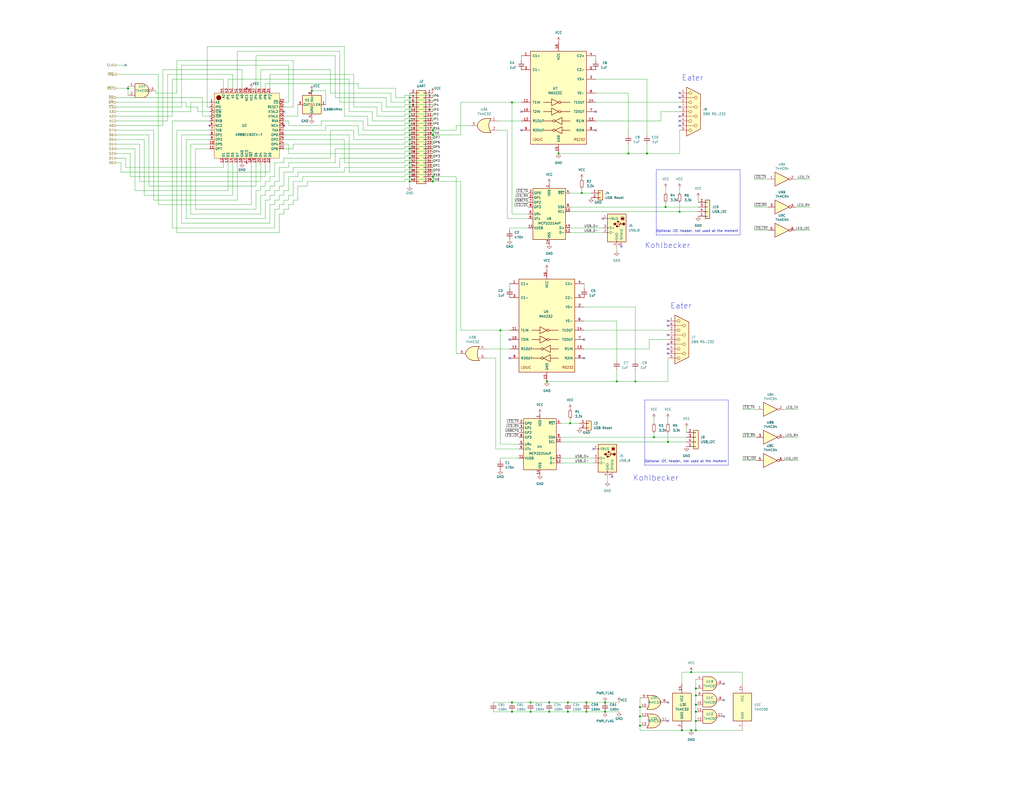
<source format=kicad_sch>
(kicad_sch (version 20230121) (generator eeschema)
  (paper "C")
  (junction (at 377.19 398.78))
  (junction (at 223.52 68.58))
  (junction (at 317.5 105.41))
  (junction (at 363.22 113.03))
  (junction (at 336.55 208.28))
  (junction (at 311.15 231.14))
  (junction (at 223.52 60.96))
  (junction (at 223.52 53.34))
  (junction (at 379.73 393.7))
  (junction (at 349.25 386.08))
  (junction (at 379.73 384.81))
  (junction (at 223.52 63.5))
  (junction (at 236.22 96.52))
  (junction (at 223.52 93.98))
  (junction (at 342.9 83.82))
  (junction (at 356.87 238.76))
  (junction (at 223.52 58.42))
  (junction (at 279.4 388.62))
  (junction (at 364.49 241.3))
  (junction (at 273.05 180.34))
  (junction (at 320.04 388.62))
  (junction (at 223.52 81.28))
  (junction (at 69.85 48.26))
  (junction (at 379.73 388.62))
  (junction (at 170.18 49.53))
  (junction (at 279.4 55.88))
  (junction (at 223.52 76.2))
  (junction (at 299.72 383.54))
  (junction (at 320.04 383.54))
  (junction (at 379.73 398.78))
  (junction (at 304.8 83.82))
  (junction (at 298.45 208.28))
  (junction (at 330.2 383.54))
  (junction (at 279.4 383.54))
  (junction (at 346.71 208.28))
  (junction (at 223.52 99.06))
  (junction (at 353.06 83.82))
  (junction (at 223.52 83.82))
  (junction (at 223.52 71.12))
  (junction (at 379.73 375.92))
  (junction (at 309.88 388.62))
  (junction (at 223.52 96.52))
  (junction (at 299.72 388.62))
  (junction (at 236.22 73.66))
  (junction (at 223.52 91.44))
  (junction (at 236.22 99.06))
  (junction (at 223.52 88.9))
  (junction (at 289.56 388.62))
  (junction (at 289.56 383.54))
  (junction (at 379.73 379.73))
  (junction (at 370.84 115.57))
  (junction (at 223.52 55.88))
  (junction (at 236.22 71.12))
  (junction (at 223.52 86.36))
  (junction (at 223.52 66.04))
  (junction (at 377.19 367.03))
  (junction (at 309.88 383.54))
  (junction (at 372.11 398.78))
  (junction (at 349.25 396.24))
  (junction (at 223.52 78.74))
  (junction (at 349.25 391.16))
  (junction (at 330.2 388.62))
  (junction (at 223.52 73.66))
  (no_connect (at 68.58 35.56))
  (no_connect (at 364.49 393.7))
  (no_connect (at 154.94 60.96))
  (no_connect (at 323.85 245.11))
  (no_connect (at 394.97 382.27))
  (no_connect (at 370.84 66.04))
  (no_connect (at 154.94 68.58))
  (no_connect (at 278.13 185.42))
  (no_connect (at 370.84 68.58))
  (no_connect (at 325.12 71.12))
  (no_connect (at 284.48 60.96))
  (no_connect (at 370.84 63.5))
  (no_connect (at 328.93 119.38))
  (no_connect (at 364.49 190.5))
  (no_connect (at 339.09 134.62))
  (no_connect (at 394.97 373.38))
  (no_connect (at 364.49 187.96))
  (no_connect (at 370.84 53.34))
  (no_connect (at 134.62 48.26))
  (no_connect (at 318.77 195.58))
  (no_connect (at 364.49 383.54))
  (no_connect (at 364.49 193.04))
  (no_connect (at 278.13 195.58))
  (no_connect (at 394.97 391.16))
  (no_connect (at 370.84 50.8))
  (no_connect (at 370.84 58.42))
  (no_connect (at 284.48 71.12))
  (no_connect (at 364.49 182.88))
  (no_connect (at 334.01 260.35))
  (no_connect (at 364.49 177.8))
  (no_connect (at 325.12 60.96))
  (no_connect (at 364.49 175.26))
  (no_connect (at 318.77 185.42))
  (wire (pts (xy 236.22 97.79) (xy 236.22 99.06)))
  (wire (pts (xy 311.15 231.14) (xy 306.07 231.14)))
  (wire (pts (xy 152.4 114.3) (xy 149.86 114.3)))
  (polyline (pts (xy 397.51 254) (xy 397.51 218.44)))
  (wire (pts (xy 157.48 106.68) (xy 157.48 109.22)))
  (wire (pts (xy 223.52 83.82) (xy 223.52 86.36)))
  (wire (pts (xy 154.94 76.2) (xy 187.96 76.2)))
  (wire (pts (xy 101.6 76.2) (xy 101.6 119.38)))
  (wire (pts (xy 318.77 190.5) (xy 354.33 190.5)))
  (wire (pts (xy 160.02 106.68) (xy 157.48 106.68)))
  (wire (pts (xy 154.94 55.88) (xy 157.48 55.88)))
  (wire (pts (xy 248.92 68.58) (xy 256.54 68.58)))
  (wire (pts (xy 270.51 195.58) (xy 270.51 245.11)))
  (wire (pts (xy 223.52 86.36) (xy 223.52 88.9)))
  (wire (pts (xy 236.22 99.06) (xy 251.46 99.06)))
  (wire (pts (xy 63.5 58.42) (xy 99.06 58.42)))
  (wire (pts (xy 81.28 73.66) (xy 81.28 101.6)))
  (wire (pts (xy 353.06 83.82) (xy 370.84 83.82)))
  (wire (pts (xy 279.4 383.54) (xy 289.56 383.54)))
  (wire (pts (xy 236.22 92.71) (xy 236.22 93.98)))
  (wire (pts (xy 349.25 396.24) (xy 349.25 398.78)))
  (wire (pts (xy 160.02 111.76) (xy 157.48 111.76)))
  (wire (pts (xy 162.56 57.15) (xy 162.56 63.5)))
  (wire (pts (xy 167.64 99.06) (xy 220.98 99.06)))
  (wire (pts (xy 210.82 58.42) (xy 220.98 58.42)))
  (wire (pts (xy 157.48 66.04) (xy 154.94 66.04)))
  (wire (pts (xy 154.94 86.36) (xy 154.94 88.9)))
  (wire (pts (xy 349.25 386.08) (xy 349.25 391.16)))
  (wire (pts (xy 147.32 101.6) (xy 147.32 104.14)))
  (wire (pts (xy 336.55 175.26) (xy 336.55 196.85)))
  (wire (pts (xy 185.42 86.36) (xy 220.98 86.36)))
  (wire (pts (xy 182.88 81.28) (xy 220.98 81.28)))
  (wire (pts (xy 185.42 91.44) (xy 160.02 91.44)))
  (wire (pts (xy 193.04 58.42) (xy 205.74 58.42)))
  (wire (pts (xy 223.52 63.5) (xy 223.52 66.04)))
  (wire (pts (xy 236.22 82.55) (xy 236.22 83.82)))
  (wire (pts (xy 220.98 73.66) (xy 220.98 72.39)))
  (wire (pts (xy 144.78 101.6) (xy 144.78 99.06)))
  (wire (pts (xy 364.49 241.3) (xy 364.49 236.22)))
  (wire (pts (xy 104.14 116.84) (xy 142.24 116.84)))
  (wire (pts (xy 220.98 96.52) (xy 220.98 95.25)))
  (wire (pts (xy 311.15 228.6) (xy 311.15 231.14)))
  (wire (pts (xy 187.96 91.44) (xy 220.98 91.44)))
  (wire (pts (xy 318.77 167.64) (xy 346.71 167.64)))
  (wire (pts (xy 379.73 398.78) (xy 405.13 398.78)))
  (wire (pts (xy 182.88 53.34) (xy 210.82 53.34)))
  (wire (pts (xy 114.3 63.5) (xy 110.49 63.5)))
  (wire (pts (xy 336.55 134.62) (xy 336.55 137.16)))
  (wire (pts (xy 147.32 99.06) (xy 147.32 96.52)))
  (wire (pts (xy 114.3 71.12) (xy 96.52 71.12)))
  (wire (pts (xy 147.32 106.68) (xy 147.32 109.22)))
  (wire (pts (xy 149.86 88.9) (xy 154.94 88.9)))
  (wire (pts (xy 93.98 124.46) (xy 149.86 124.46)))
  (wire (pts (xy 279.4 55.88) (xy 284.48 55.88)))
  (wire (pts (xy 325.12 43.18) (xy 353.06 43.18)))
  (wire (pts (xy 223.52 55.88) (xy 223.52 58.42)))
  (wire (pts (xy 160.02 109.22) (xy 160.02 111.76)))
  (wire (pts (xy 93.98 43.18) (xy 93.98 63.5)))
  (wire (pts (xy 205.74 58.42) (xy 205.74 63.5)))
  (wire (pts (xy 124.46 48.26) (xy 124.46 43.18)))
  (wire (pts (xy 157.48 78.74) (xy 157.48 83.82)))
  (wire (pts (xy 114.3 73.66) (xy 99.06 73.66)))
  (wire (pts (xy 203.2 66.04) (xy 220.98 66.04)))
  (wire (pts (xy 121.92 91.44) (xy 68.58 91.44)))
  (wire (pts (xy 142.24 104.14) (xy 142.24 101.6)))
  (wire (pts (xy 193.04 71.12) (xy 193.04 76.2)))
  (wire (pts (xy 154.94 81.28) (xy 160.02 81.28)))
  (wire (pts (xy 271.78 71.12) (xy 276.86 71.12)))
  (wire (pts (xy 377.19 398.78) (xy 379.73 398.78)))
  (wire (pts (xy 114.3 58.42) (xy 113.03 58.42)))
  (wire (pts (xy 220.98 71.12) (xy 220.98 69.85)))
  (wire (pts (xy 142.24 48.26) (xy 142.24 38.1)))
  (wire (pts (xy 236.22 90.17) (xy 236.22 91.44)))
  (wire (pts (xy 101.6 119.38) (xy 144.78 119.38)))
  (wire (pts (xy 220.98 60.96) (xy 220.98 59.69)))
  (wire (pts (xy 269.24 388.62) (xy 279.4 388.62)))
  (wire (pts (xy 251.46 99.06) (xy 251.46 180.34)))
  (wire (pts (xy 289.56 383.54) (xy 299.72 383.54)))
  (wire (pts (xy 147.32 88.9) (xy 147.32 93.98)))
  (wire (pts (xy 434.34 97.79) (xy 441.96 97.79)))
  (wire (pts (xy 154.94 93.98) (xy 154.94 101.6)))
  (wire (pts (xy 372.11 367.03) (xy 377.19 367.03)))
  (wire (pts (xy 113.03 25.4) (xy 187.96 25.4)))
  (wire (pts (xy 236.22 52.07) (xy 236.22 53.34)))
  (wire (pts (xy 154.94 116.84) (xy 152.4 116.84)))
  (wire (pts (xy 251.46 180.34) (xy 273.05 180.34)))
  (wire (pts (xy 405.13 251.46) (xy 412.75 251.46)))
  (wire (pts (xy 152.4 104.14) (xy 149.86 104.14)))
  (wire (pts (xy 187.96 93.98) (xy 187.96 91.44)))
  (wire (pts (xy 63.5 40.64) (xy 86.36 40.64)))
  (wire (pts (xy 251.46 55.88) (xy 279.4 55.88)))
  (wire (pts (xy 147.32 121.92) (xy 147.32 111.76)))
  (wire (pts (xy 147.32 93.98) (xy 66.04 93.98)))
  (wire (pts (xy 162.56 96.52) (xy 157.48 96.52)))
  (wire (pts (xy 379.73 393.7) (xy 379.73 398.78)))
  (wire (pts (xy 121.92 88.9) (xy 121.92 91.44)))
  (wire (pts (xy 152.4 101.6) (xy 152.4 104.14)))
  (wire (pts (xy 379.73 370.84) (xy 379.73 375.92)))
  (wire (pts (xy 71.12 83.82) (xy 63.5 83.82)))
  (wire (pts (xy 331.47 260.35) (xy 331.47 262.89)))
  (wire (pts (xy 311.15 113.03) (xy 363.22 113.03)))
  (wire (pts (xy 223.52 73.66) (xy 223.52 76.2)))
  (wire (pts (xy 139.7 48.26) (xy 139.7 30.48)))
  (wire (pts (xy 101.6 58.42) (xy 101.6 55.88)))
  (wire (pts (xy 101.6 55.88) (xy 63.5 55.88)))
  (wire (pts (xy 137.16 88.9) (xy 137.16 111.76)))
  (wire (pts (xy 124.46 104.14) (xy 73.66 104.14)))
  (wire (pts (xy 236.22 80.01) (xy 236.22 81.28)))
  (wire (pts (xy 187.96 25.4) (xy 187.96 63.5)))
  (wire (pts (xy 325.12 55.88) (xy 370.84 55.88)))
  (wire (pts (xy 248.92 71.12) (xy 248.92 68.58)))
  (wire (pts (xy 251.46 55.88) (xy 251.46 73.66)))
  (wire (pts (xy 104.14 55.88) (xy 104.14 60.96)))
  (wire (pts (xy 121.92 43.18) (xy 93.98 43.18)))
  (wire (pts (xy 220.98 76.2) (xy 220.98 74.93)))
  (wire (pts (xy 154.94 104.14) (xy 154.94 106.68)))
  (wire (pts (xy 220.98 68.58) (xy 220.98 67.31)))
  (wire (pts (xy 330.2 388.62) (xy 337.82 388.62)))
  (wire (pts (xy 157.48 109.22) (xy 154.94 109.22)))
  (wire (pts (xy 152.4 99.06) (xy 149.86 99.06)))
  (wire (pts (xy 236.22 62.23) (xy 236.22 63.5)))
  (wire (pts (xy 139.7 101.6) (xy 81.28 101.6)))
  (wire (pts (xy 157.48 68.58) (xy 157.48 66.04)))
  (wire (pts (xy 220.98 66.04) (xy 220.98 64.77)))
  (wire (pts (xy 157.48 96.52) (xy 157.48 104.14)))
  (wire (pts (xy 180.34 38.1) (xy 180.34 50.8)))
  (wire (pts (xy 104.14 78.74) (xy 104.14 116.84)))
  (polyline (pts (xy 358.14 92.71) (xy 403.86 92.71)))
  (wire (pts (xy 370.84 71.12) (xy 370.84 83.82)))
  (wire (pts (xy 317.5 105.41) (xy 322.58 105.41)))
  (wire (pts (xy 170.18 49.53) (xy 177.8 49.53)))
  (wire (pts (xy 152.4 109.22) (xy 149.86 109.22)))
  (wire (pts (xy 160.02 99.06) (xy 160.02 106.68)))
  (wire (pts (xy 220.98 69.85) (xy 236.22 69.85)))
  (wire (pts (xy 157.48 91.44) (xy 152.4 91.44)))
  (wire (pts (xy 353.06 43.18) (xy 353.06 73.66)))
  (wire (pts (xy 236.22 69.85) (xy 236.22 71.12)))
  (wire (pts (xy 306.07 238.76) (xy 356.87 238.76)))
  (wire (pts (xy 349.25 398.78) (xy 372.11 398.78)))
  (wire (pts (xy 377.19 367.03) (xy 405.13 367.03)))
  (wire (pts (xy 318.77 154.94) (xy 318.77 157.48)))
  (wire (pts (xy 68.58 91.44) (xy 68.58 86.36)))
  (wire (pts (xy 405.13 367.03) (xy 405.13 373.38)))
  (wire (pts (xy 149.86 101.6) (xy 147.32 101.6)))
  (wire (pts (xy 154.94 114.3) (xy 154.94 116.84)))
  (wire (pts (xy 363.22 105.41) (xy 363.22 102.87)))
  (wire (pts (xy 86.36 111.76) (xy 86.36 40.64)))
  (wire (pts (xy 114.3 76.2) (xy 101.6 76.2)))
  (wire (pts (xy 99.06 73.66) (xy 99.06 121.92)))
  (polyline (pts (xy 351.79 254) (xy 397.51 254)))
  (wire (pts (xy 236.22 72.39) (xy 236.22 73.66)))
  (wire (pts (xy 289.56 388.62) (xy 299.72 388.62)))
  (wire (pts (xy 96.52 33.02) (xy 160.02 33.02)))
  (wire (pts (xy 200.66 63.5) (xy 200.66 68.58)))
  (wire (pts (xy 309.88 383.54) (xy 320.04 383.54)))
  (wire (pts (xy 144.78 119.38) (xy 144.78 109.22)))
  (wire (pts (xy 220.98 74.93) (xy 236.22 74.93)))
  (wire (pts (xy 354.33 190.5) (xy 354.33 185.42)))
  (wire (pts (xy 317.5 105.41) (xy 311.15 105.41)))
  (wire (pts (xy 336.55 208.28) (xy 298.45 208.28)))
  (wire (pts (xy 66.04 88.9) (xy 63.5 88.9)))
  (wire (pts (xy 427.99 238.76) (xy 435.61 238.76)))
  (wire (pts (xy 354.33 185.42) (xy 364.49 185.42)))
  (wire (pts (xy 73.66 81.28) (xy 63.5 81.28)))
  (wire (pts (xy 154.94 101.6) (xy 152.4 101.6)))
  (wire (pts (xy 236.22 95.25) (xy 236.22 96.52)))
  (wire (pts (xy 434.34 113.03) (xy 441.96 113.03)))
  (wire (pts (xy 157.48 55.88) (xy 157.48 35.56)))
  (wire (pts (xy 78.74 76.2) (xy 63.5 76.2)))
  (wire (pts (xy 278.13 124.46) (xy 278.13 125.73)))
  (wire (pts (xy 273.05 250.19) (xy 273.05 251.46)))
  (wire (pts (xy 220.98 80.01) (xy 236.22 80.01)))
  (wire (pts (xy 220.98 67.31) (xy 236.22 67.31)))
  (wire (pts (xy 265.43 195.58) (xy 270.51 195.58)))
  (wire (pts (xy 182.88 30.48) (xy 182.88 53.34)))
  (wire (pts (xy 147.32 96.52) (xy 149.86 96.52)))
  (wire (pts (xy 223.52 81.28) (xy 223.52 83.82)))
  (wire (pts (xy 236.22 59.69) (xy 236.22 60.96)))
  (wire (pts (xy 198.12 66.04) (xy 198.12 71.12)))
  (wire (pts (xy 139.7 30.48) (xy 182.88 30.48)))
  (wire (pts (xy 180.34 86.36) (xy 154.94 86.36)))
  (wire (pts (xy 149.86 99.06) (xy 149.86 101.6)))
  (wire (pts (xy 114.3 66.04) (xy 93.98 66.04)))
  (wire (pts (xy 325.12 30.48) (xy 325.12 33.02)))
  (wire (pts (xy 160.02 33.02) (xy 160.02 58.42)))
  (wire (pts (xy 330.2 383.54) (xy 337.82 383.54)))
  (wire (pts (xy 114.3 60.96) (xy 107.95 60.96)))
  (wire (pts (xy 353.06 78.74) (xy 353.06 83.82)))
  (wire (pts (xy 142.24 101.6) (xy 144.78 101.6)))
  (wire (pts (xy 127 106.68) (xy 78.74 106.68)))
  (polyline (pts (xy 358.14 128.27) (xy 403.86 128.27)))
  (wire (pts (xy 144.78 104.14) (xy 144.78 106.68)))
  (wire (pts (xy 195.58 68.58) (xy 195.58 73.66)))
  (wire (pts (xy 405.13 223.52) (xy 412.75 223.52)))
  (wire (pts (xy 208.28 60.96) (xy 220.98 60.96)))
  (wire (pts (xy 124.46 43.18) (xy 190.5 43.18)))
  (wire (pts (xy 149.86 114.3) (xy 149.86 124.46)))
  (wire (pts (xy 434.34 125.73) (xy 441.96 125.73)))
  (wire (pts (xy 162.56 63.5) (xy 154.94 63.5)))
  (wire (pts (xy 346.71 201.93) (xy 346.71 208.28)))
  (wire (pts (xy 157.48 35.56) (xy 99.06 35.56)))
  (wire (pts (xy 379.73 379.73) (xy 379.73 384.81)))
  (wire (pts (xy 273.05 250.19) (xy 283.21 250.19)))
  (wire (pts (xy 190.5 43.18) (xy 190.5 60.96)))
  (wire (pts (xy 273.05 180.34) (xy 278.13 180.34)))
  (wire (pts (xy 69.85 46.99) (xy 69.85 48.26)))
  (wire (pts (xy 200.66 68.58) (xy 220.98 68.58)))
  (wire (pts (xy 236.22 64.77) (xy 236.22 66.04)))
  (wire (pts (xy 195.58 45.72) (xy 195.58 48.26)))
  (wire (pts (xy 63.5 35.56) (xy 68.58 35.56)))
  (wire (pts (xy 114.3 78.74) (xy 104.14 78.74)))
  (wire (pts (xy 223.52 60.96) (xy 223.52 63.5)))
  (wire (pts (xy 142.24 106.68) (xy 142.24 116.84)))
  (wire (pts (xy 220.98 77.47) (xy 236.22 77.47)))
  (wire (pts (xy 220.98 95.25) (xy 236.22 95.25)))
  (wire (pts (xy 220.98 54.61) (xy 236.22 54.61)))
  (wire (pts (xy 139.7 104.14) (xy 139.7 114.3)))
  (wire (pts (xy 110.49 63.5) (xy 110.49 53.34)))
  (wire (pts (xy 71.12 96.52) (xy 71.12 83.82)))
  (wire (pts (xy 144.78 99.06) (xy 147.32 99.06)))
  (wire (pts (xy 107.95 60.96) (xy 107.95 58.42)))
  (wire (pts (xy 195.58 48.26) (xy 215.9 48.26)))
  (wire (pts (xy 139.7 88.9) (xy 139.7 101.6)))
  (wire (pts (xy 411.48 125.73) (xy 419.1 125.73)))
  (wire (pts (xy 223.52 66.04) (xy 223.52 68.58)))
  (wire (pts (xy 142.24 88.9) (xy 142.24 99.06)))
  (wire (pts (xy 142.24 99.06) (xy 76.2 99.06)))
  (wire (pts (xy 96.52 50.8) (xy 96.52 33.02)))
  (wire (pts (xy 127 48.26) (xy 127 40.64)))
  (wire (pts (xy 213.36 50.8) (xy 213.36 55.88)))
  (wire (pts (xy 346.71 167.64) (xy 346.71 196.85)))
  (wire (pts (xy 142.24 106.68) (xy 144.78 106.68)))
  (wire (pts (xy 215.9 48.26) (xy 215.9 53.34)))
  (wire (pts (xy 162.56 109.22) (xy 160.02 109.22)))
  (wire (pts (xy 66.04 88.9) (xy 66.04 93.98)))
  (wire (pts (xy 175.26 66.04) (xy 198.12 66.04)))
  (wire (pts (xy 220.98 82.55) (xy 236.22 82.55)))
  (wire (pts (xy 127 88.9) (xy 127 106.68)))
  (wire (pts (xy 96.52 71.12) (xy 96.52 127)))
  (wire (pts (xy 276.86 71.12) (xy 276.86 119.38)))
  (wire (pts (xy 356.87 238.76) (xy 356.87 236.22)))
  (wire (pts (xy 236.22 85.09) (xy 236.22 86.36)))
  (wire (pts (xy 220.98 57.15) (xy 236.22 57.15)))
  (wire (pts (xy 96.52 127) (xy 152.4 127)))
  (wire (pts (xy 381 107.95) (xy 381 110.49)))
  (wire (pts (xy 142.24 38.1) (xy 180.34 38.1)))
  (wire (pts (xy 309.88 388.62) (xy 320.04 388.62)))
  (wire (pts (xy 336.55 208.28) (xy 346.71 208.28)))
  (wire (pts (xy 104.14 55.88) (xy 114.3 55.88)))
  (wire (pts (xy 356.87 238.76) (xy 374.65 238.76)))
  (wire (pts (xy 215.9 53.34) (xy 220.98 53.34)))
  (wire (pts (xy 213.36 55.88) (xy 220.98 55.88)))
  (wire (pts (xy 175.26 66.04) (xy 175.26 68.58)))
  (wire (pts (xy 147.32 104.14) (xy 144.78 104.14)))
  (wire (pts (xy 160.02 78.74) (xy 160.02 81.28)))
  (wire (pts (xy 88.9 38.1) (xy 132.08 38.1)))
  (wire (pts (xy 223.52 68.58) (xy 223.52 71.12)))
  (wire (pts (xy 364.49 195.58) (xy 364.49 208.28)))
  (wire (pts (xy 93.98 63.5) (xy 63.5 63.5)))
  (wire (pts (xy 83.82 109.22) (xy 83.82 71.12)))
  (wire (pts (xy 177.8 49.53) (xy 177.8 57.15)))
  (wire (pts (xy 220.98 87.63) (xy 236.22 87.63)))
  (wire (pts (xy 220.98 93.98) (xy 220.98 92.71)))
  (wire (pts (xy 76.2 99.06) (xy 76.2 78.74)))
  (wire (pts (xy 299.72 383.54) (xy 309.88 383.54)))
  (wire (pts (xy 91.44 40.64) (xy 91.44 66.04)))
  (wire (pts (xy 220.98 63.5) (xy 220.98 62.23)))
  (wire (pts (xy 318.77 180.34) (xy 364.49 180.34)))
  (wire (pts (xy 113.03 58.42) (xy 113.03 25.4)))
  (wire (pts (xy 182.88 88.9) (xy 182.88 81.28)))
  (wire (pts (xy 276.86 119.38) (xy 288.29 119.38)))
  (wire (pts (xy 154.94 106.68) (xy 152.4 106.68)))
  (wire (pts (xy 160.02 93.98) (xy 154.94 93.98)))
  (wire (pts (xy 220.98 83.82) (xy 220.98 82.55)))
  (wire (pts (xy 379.73 388.62) (xy 379.73 393.7)))
  (wire (pts (xy 360.68 60.96) (xy 370.84 60.96)))
  (wire (pts (xy 342.9 83.82) (xy 304.8 83.82)))
  (wire (pts (xy 165.1 96.52) (xy 165.1 99.06)))
  (wire (pts (xy 220.98 99.06) (xy 220.98 97.79)))
  (wire (pts (xy 162.56 101.6) (xy 162.56 109.22)))
  (wire (pts (xy 85.09 50.8) (xy 96.52 50.8)))
  (wire (pts (xy 342.9 50.8) (xy 342.9 73.66)))
  (wire (pts (xy 147.32 48.26) (xy 147.32 40.64)))
  (wire (pts (xy 265.43 190.5) (xy 278.13 190.5)))
  (wire (pts (xy 154.94 111.76) (xy 152.4 111.76)))
  (wire (pts (xy 269.24 383.54) (xy 279.4 383.54)))
  (wire (pts (xy 154.94 71.12) (xy 177.8 71.12)))
  (wire (pts (xy 278.13 124.46) (xy 288.29 124.46)))
  (wire (pts (xy 154.94 78.74) (xy 157.48 78.74)))
  (wire (pts (xy 107.95 58.42) (xy 101.6 58.42)))
  (wire (pts (xy 379.73 375.92) (xy 379.73 379.73)))
  (wire (pts (xy 144.78 45.72) (xy 144.78 48.26)))
  (wire (pts (xy 127 40.64) (xy 91.44 40.64)))
  (wire (pts (xy 137.16 111.76) (xy 86.36 111.76)))
  (wire (pts (xy 311.15 127) (xy 328.93 127)))
  (wire (pts (xy 223.52 71.12) (xy 223.52 73.66)))
  (wire (pts (xy 279.4 55.88) (xy 279.4 116.84)))
  (wire (pts (xy 411.48 97.79) (xy 419.1 97.79)))
  (wire (pts (xy 223.52 78.74) (xy 223.52 81.28)))
  (wire (pts (xy 220.98 88.9) (xy 220.98 87.63)))
  (wire (pts (xy 129.54 109.22) (xy 83.82 109.22)))
  (wire (pts (xy 374.65 233.68) (xy 374.65 236.22)))
  (wire (pts (xy 223.52 58.42) (xy 223.52 60.96)))
  (wire (pts (xy 69.85 48.26) (xy 69.85 52.07)))
  (wire (pts (xy 220.98 91.44) (xy 220.98 90.17)))
  (wire (pts (xy 85.09 49.53) (xy 85.09 50.8)))
  (wire (pts (xy 220.98 78.74) (xy 220.98 77.47)))
  (wire (pts (xy 223.52 99.06) (xy 223.52 101.6)))
  (wire (pts (xy 236.22 87.63) (xy 236.22 88.9)))
  (wire (pts (xy 185.42 55.88) (xy 208.28 55.88)))
  (wire (pts (xy 63.5 86.36) (xy 68.58 86.36)))
  (wire (pts (xy 208.28 55.88) (xy 208.28 60.96)))
  (wire (pts (xy 157.48 114.3) (xy 154.94 114.3)))
  (wire (pts (xy 152.4 111.76) (xy 152.4 114.3)))
  (wire (pts (xy 190.5 93.98) (xy 220.98 93.98)))
  (wire (pts (xy 63.5 73.66) (xy 81.28 73.66)))
  (wire (pts (xy 427.99 251.46) (xy 435.61 251.46)))
  (wire (pts (xy 220.98 85.09) (xy 236.22 85.09)))
  (wire (pts (xy 160.02 58.42) (xy 154.94 58.42)))
  (wire (pts (xy 167.64 99.06) (xy 167.64 101.6)))
  (wire (pts (xy 147.32 40.64) (xy 193.04 40.64)))
  (wire (pts (xy 364.49 241.3) (xy 374.65 241.3)))
  (wire (pts (xy 160.02 91.44) (xy 160.02 93.98)))
  (wire (pts (xy 223.52 53.34) (xy 223.52 55.88)))
  (wire (pts (xy 223.52 96.52) (xy 223.52 99.06)))
  (polyline (pts (xy 403.86 128.27) (xy 403.86 92.71)))
  (wire (pts (xy 152.4 91.44) (xy 152.4 99.06)))
  (wire (pts (xy 193.04 76.2) (xy 220.98 76.2)))
  (wire (pts (xy 270.51 245.11) (xy 283.21 245.11)))
  (wire (pts (xy 205.74 63.5) (xy 220.98 63.5)))
  (wire (pts (xy 106.68 114.3) (xy 139.7 114.3)))
  (wire (pts (xy 149.86 96.52) (xy 149.86 88.9)))
  (wire (pts (xy 223.52 76.2) (xy 223.52 78.74)))
  (wire (pts (xy 165.1 96.52) (xy 220.98 96.52)))
  (wire (pts (xy 349.25 381) (xy 349.25 386.08)))
  (wire (pts (xy 83.82 71.12) (xy 63.5 71.12)))
  (wire (pts (xy 220.98 58.42) (xy 220.98 57.15)))
  (wire (pts (xy 203.2 60.96) (xy 203.2 66.04)))
  (wire (pts (xy 193.04 40.64) (xy 193.04 58.42)))
  (wire (pts (xy 180.34 50.8) (xy 213.36 50.8)))
  (wire (pts (xy 124.46 88.9) (xy 124.46 104.14)))
  (wire (pts (xy 76.2 78.74) (xy 63.5 78.74)))
  (wire (pts (xy 63.5 60.96) (xy 104.14 60.96)))
  (wire (pts (xy 299.72 388.62) (xy 309.88 388.62)))
  (wire (pts (xy 349.25 391.16) (xy 349.25 396.24)))
  (wire (pts (xy 223.52 91.44) (xy 223.52 93.98)))
  (wire (pts (xy 210.82 53.34) (xy 210.82 58.42)))
  (wire (pts (xy 271.78 66.04) (xy 284.48 66.04)))
  (wire (pts (xy 273.05 242.57) (xy 283.21 242.57)))
  (wire (pts (xy 177.8 71.12) (xy 177.8 68.58)))
  (wire (pts (xy 370.84 105.41) (xy 370.84 102.87)))
  (wire (pts (xy 311.15 231.14) (xy 316.23 231.14)))
  (wire (pts (xy 342.9 78.74) (xy 342.9 83.82)))
  (wire (pts (xy 129.54 88.9) (xy 129.54 109.22)))
  (wire (pts (xy 220.98 53.34) (xy 220.98 52.07)))
  (wire (pts (xy 110.49 53.34) (xy 63.5 53.34)))
  (wire (pts (xy 311.15 115.57) (xy 370.84 115.57)))
  (wire (pts (xy 88.9 38.1) (xy 88.9 68.58)))
  (wire (pts (xy 360.68 66.04) (xy 360.68 60.96)))
  (wire (pts (xy 91.44 66.04) (xy 63.5 66.04)))
  (wire (pts (xy 147.32 111.76) (xy 149.86 111.76)))
  (wire (pts (xy 167.64 101.6) (xy 162.56 101.6)))
  (wire (pts (xy 370.84 115.57) (xy 370.84 110.49)))
  (wire (pts (xy 220.98 55.88) (xy 220.98 54.61)))
  (wire (pts (xy 248.92 193.04) (xy 250.19 193.04)))
  (wire (pts (xy 306.07 252.73) (xy 323.85 252.73)))
  (wire (pts (xy 356.87 231.14) (xy 356.87 228.6)))
  (wire (pts (xy 220.98 52.07) (xy 236.22 52.07)))
  (wire (pts (xy 220.98 62.23) (xy 236.22 62.23)))
  (wire (pts (xy 187.96 88.9) (xy 220.98 88.9)))
  (wire (pts (xy 236.22 77.47) (xy 236.22 78.74)))
  (wire (pts (xy 236.22 54.61) (xy 236.22 55.88)))
  (wire (pts (xy 306.07 241.3) (xy 364.49 241.3)))
  (wire (pts (xy 325.12 66.04) (xy 360.68 66.04)))
  (wire (pts (xy 99.06 35.56) (xy 99.06 58.42)))
  (wire (pts (xy 220.98 90.17) (xy 236.22 90.17)))
  (wire (pts (xy 236.22 74.93) (xy 236.22 76.2)))
  (wire (pts (xy 363.22 113.03) (xy 381 113.03)))
  (wire (pts (xy 185.42 55.88) (xy 185.42 27.94)))
  (polyline (pts (xy 351.79 218.44) (xy 351.79 254)))
  (wire (pts (xy 149.86 106.68) (xy 147.32 106.68)))
  (wire (pts (xy 144.78 109.22) (xy 147.32 109.22)))
  (wire (pts (xy 132.08 48.26) (xy 132.08 38.1)))
  (wire (pts (xy 144.78 45.72) (xy 195.58 45.72)))
  (wire (pts (xy 187.96 63.5) (xy 200.66 63.5)))
  (wire (pts (xy 180.34 71.12) (xy 193.04 71.12)))
  (wire (pts (xy 220.98 72.39) (xy 236.22 72.39)))
  (wire (pts (xy 154.94 73.66) (xy 190.5 73.66)))
  (wire (pts (xy 379.73 384.81) (xy 379.73 388.62)))
  (wire (pts (xy 157.48 111.76) (xy 157.48 114.3)))
  (wire (pts (xy 364.49 231.14) (xy 364.49 228.6)))
  (wire (pts (xy 157.48 104.14) (xy 154.94 104.14)))
  (wire (pts (xy 223.52 93.98) (xy 223.52 96.52)))
  (wire (pts (xy 220.98 59.69) (xy 236.22 59.69)))
  (wire (pts (xy 311.15 124.46) (xy 328.93 124.46)))
  (wire (pts (xy 190.5 73.66) (xy 190.5 93.98)))
  (wire (pts (xy 165.1 99.06) (xy 160.02 99.06)))
  (wire (pts (xy 154.94 109.22) (xy 154.94 111.76)))
  (wire (pts (xy 63.5 48.26) (xy 69.85 48.26)))
  (wire (pts (xy 175.26 68.58) (xy 157.48 68.58)))
  (wire (pts (xy 121.92 48.26) (xy 121.92 43.18)))
  (wire (pts (xy 160.02 78.74) (xy 220.98 78.74)))
  (wire (pts (xy 185.42 91.44) (xy 185.42 86.36)))
  (wire (pts (xy 144.78 88.9) (xy 144.78 96.52)))
  (wire (pts (xy 162.56 93.98) (xy 162.56 96.52)))
  (wire (pts (xy 220.98 92.71) (xy 236.22 92.71)))
  (wire (pts (xy 251.46 73.66) (xy 236.22 73.66)))
  (wire (pts (xy 284.48 30.48) (xy 284.48 33.02)))
  (wire (pts (xy 278.13 154.94) (xy 278.13 157.48)))
  (wire (pts (xy 78.74 106.68) (xy 78.74 76.2)))
  (wire (pts (xy 114.3 81.28) (xy 106.68 81.28)))
  (wire (pts (xy 236.22 96.52) (xy 248.92 96.52)))
  (wire (pts (xy 182.88 88.9) (xy 157.48 88.9)))
  (wire (pts (xy 220.98 64.77) (xy 236.22 64.77)))
  (wire (pts (xy 157.48 83.82) (xy 220.98 83.82)))
  (wire (pts (xy 220.98 81.28) (xy 220.98 80.01)))
  (wire (pts (xy 88.9 68.58) (xy 63.5 68.58)))
  (wire (pts (xy 325.12 50.8) (xy 342.9 50.8)))
  (wire (pts (xy 93.98 66.04) (xy 93.98 124.46)))
  (wire (pts (xy 405.13 238.76) (xy 412.75 238.76)))
  (wire (pts (xy 318.77 175.26) (xy 336.55 175.26)))
  (wire (pts (xy 248.92 96.52) (xy 248.92 193.04)))
  (wire (pts (xy 185.42 27.94) (xy 129.54 27.94)))
  (wire (pts (xy 273.05 180.34) (xy 273.05 242.57)))
  (wire (pts (xy 195.58 73.66) (xy 220.98 73.66)))
  (polyline (pts (xy 358.14 92.71) (xy 358.14 128.27)))
  (wire (pts (xy 180.34 86.36) (xy 180.34 71.12)))
  (wire (pts (xy 142.24 104.14) (xy 139.7 104.14)))
  (wire (pts (xy 336.55 201.93) (xy 336.55 208.28)))
  (polyline (pts (xy 351.79 218.44) (xy 397.51 218.44)))
  (wire (pts (xy 129.54 27.94) (xy 129.54 48.26)))
  (wire (pts (xy 236.22 67.31) (xy 236.22 68.58)))
  (wire (pts (xy 320.04 383.54) (xy 330.2 383.54)))
  (wire (pts (xy 236.22 71.12) (xy 248.92 71.12)))
  (wire (pts (xy 342.9 83.82) (xy 353.06 83.82)))
  (wire (pts (xy 236.22 57.15) (xy 236.22 58.42)))
  (wire (pts (xy 144.78 96.52) (xy 71.12 96.52)))
  (wire (pts (xy 149.86 104.14) (xy 149.86 106.68)))
  (wire (pts (xy 317.5 102.87) (xy 317.5 105.41)))
  (wire (pts (xy 279.4 388.62) (xy 289.56 388.62)))
  (wire (pts (xy 152.4 106.68) (xy 152.4 109.22)))
  (wire (pts (xy 372.11 398.78) (xy 377.19 398.78)))
  (wire (pts (xy 149.86 109.22) (xy 149.86 111.76)))
  (wire (pts (xy 363.22 113.03) (xy 363.22 110.49)))
  (wire (pts (xy 190.5 60.96) (xy 203.2 60.96)))
  (wire (pts (xy 198.12 71.12) (xy 220.98 71.12)))
  (wire (pts (xy 306.07 250.19) (xy 323.85 250.19)))
  (wire (pts (xy 223.52 88.9) (xy 223.52 91.44)))
  (wire (pts (xy 279.4 116.84) (xy 288.29 116.84)))
  (wire (pts (xy 220.98 86.36) (xy 220.98 85.09)))
  (wire (pts (xy 372.11 373.38) (xy 372.11 367.03)))
  (wire (pts (xy 177.8 68.58) (xy 195.58 68.58)))
  (wire (pts (xy 220.98 97.79) (xy 236.22 97.79)))
  (wire (pts (xy 370.84 115.57) (xy 381 115.57)))
  (wire (pts (xy 157.48 88.9) (xy 157.48 91.44)))
  (wire (pts (xy 152.4 116.84) (xy 152.4 127)))
  (wire (pts (xy 106.68 81.28) (xy 106.68 114.3)))
  (wire (pts (xy 73.66 104.14) (xy 73.66 81.28)))
  (wire (pts (xy 187.96 76.2) (xy 187.96 88.9)))
  (wire (pts (xy 223.52 50.8) (xy 223.52 53.34)))
  (wire (pts (xy 346.71 208.28) (xy 364.49 208.28)))
  (wire (pts (xy 187.96 93.98) (xy 162.56 93.98)))
  (wire (pts (xy 411.48 113.03) (xy 419.1 113.03)))
  (wire (pts (xy 99.06 121.92) (xy 147.32 121.92)))
  (wire (pts (xy 427.99 223.52) (xy 435.61 223.52)))
  (wire (pts (xy 320.04 388.62) (xy 330.2 388.62)))
  (text "Optional I2C header, not used at the moment" (at 351.79 252.73 0) (effects (font (size 1.27 1.27)) (justify left bottom)))
  (text "Eater" (at 372.11 44.45 0) (effects (font (size 3 3)) (justify left bottom)))
  (text "Optional I2C header, not used at the moment" (at 358.14 127 0) (effects (font (size 1.27 1.27)) (justify left bottom)))
  (text "Kohlbecker" (at 351.79 135.89 0) (effects (font (size 3 3)) (justify left bottom)))
  (text "Eater" (at 365.76 168.91 0) (effects (font (size 3 3)) (justify left bottom)))
  (text "Kohlbecker" (at 345.44 262.89 0) (effects (font (size 3 3)) (justify left bottom)))
  (label "~{LED_TX}" (at 411.48 97.79 0))
  (label "LED_RX" (at 441.96 113.03 180))
  (label "USB_D-" (at 318.77 127 0))
  (label "~{LED_RX}" (at 283.21 233.68 180))
  (label "IP4" (at 236.22 58.42 0))
  (label "IP0" (at 236.22 68.58 0))
  (label "USB_D-" (at 313.69 252.73 0))
  (label "~{LED_I2C}" (at 405.13 251.46 0))
  (label "IP6" (at 236.22 53.34 0))
  (label "RXB" (at 236.22 96.52 0))
  (label "LED_I2C" (at 435.61 251.46 180))
  (label "LED_TX" (at 435.61 223.52 180))
  (label "OP6" (at 236.22 78.74 0))
  (label "~{USBCFG}" (at 288.29 110.49 180))
  (label "IP1" (at 236.22 66.04 0))
  (label "USB_D+" (at 318.77 124.46 0))
  (label "LED_RX" (at 435.61 238.76 180))
  (label "TXA" (at 236.22 73.66 0))
  (label "OP2" (at 236.22 88.9 0))
  (label "~{USBCFG}" (at 283.21 236.22 180))
  (label "LED_I2C" (at 441.96 125.73 180))
  (label "~{LED_RX}" (at 405.13 238.76 0))
  (label "~{LED_TX}" (at 288.29 105.41 180))
  (label "~{LED_I2C}" (at 411.48 125.73 0))
  (label "LED_TX" (at 441.96 97.79 180))
  (label "OP1" (at 236.22 91.44 0))
  (label "OP3" (at 236.22 86.36 0))
  (label "OP7" (at 236.22 76.2 0))
  (label "~{LED_RX}" (at 411.48 113.03 0))
  (label "RXA" (at 236.22 71.12 0))
  (label "IP2" (at 236.22 63.5 0))
  (label "~{LED_RX}" (at 288.29 107.95 180))
  (label "IP3" (at 236.22 60.96 0))
  (label "OP4" (at 236.22 83.82 0))
  (label "~{LED_TX}" (at 405.13 223.52 0))
  (label "TXB" (at 236.22 99.06 0))
  (label "USB_D+" (at 313.69 250.19 0))
  (label "OP0" (at 236.22 93.98 0))
  (label "~{LED_I2C}" (at 283.21 238.76 180))
  (label "~{LED_I2C}" (at 288.29 113.03 180))
  (label "OP5" (at 236.22 81.28 0))
  (label "IP5" (at 236.22 55.88 0))
  (label "~{LED_TX}" (at 283.21 231.14 180))
  (hierarchical_label "~{CS}" (shape input) (at 63.5 58.42 180))
  (hierarchical_label "D3" (shape tri_state) (at 63.5 81.28 180))
  (hierarchical_label "A1" (shape input) (at 63.5 66.04 180))
  (hierarchical_label "A3" (shape input) (at 63.5 60.96 180))
  (hierarchical_label "D6" (shape tri_state) (at 63.5 73.66 180))
  (hierarchical_label "~{IRQ}" (shape output) (at 63.5 40.64 180))
  (hierarchical_label "A2" (shape input) (at 63.5 63.5 180))
  (hierarchical_label "D0" (shape tri_state) (at 63.5 88.9 180))
  (hierarchical_label "~{RD}" (shape input) (at 63.5 53.34 180))
  (hierarchical_label "D5" (shape tri_state) (at 63.5 76.2 180))
  (hierarchical_label "~{WR}" (shape input) (at 63.5 55.88 180))
  (hierarchical_label "D2" (shape tri_state) (at 63.5 83.82 180))
  (hierarchical_label "D7" (shape tri_state) (at 63.5 71.12 180))
  (hierarchical_label "D4" (shape tri_state) (at 63.5 78.74 180))
  (hierarchical_label "~{RST}" (shape input) (at 63.5 48.26 180))
  (hierarchical_label "CLK" (shape input) (at 63.5 35.56 180))
  (hierarchical_label "D1" (shape tri_state) (at 63.5 86.36 180))
  (hierarchical_label "A0" (shape input) (at 63.5 68.58 180))
  (symbol (lib_id "power:VCC") (at 236.22 50.8 0) (unit 1)
    (property "Reference" "#PWR08" (effects hide))
    (property "Value" "VCC" (at 238.76 48.26 0))
  )
  (symbol (lib_id "Device:R_Small") (at 356.87 233.68 0) (unit 1)
    (property "Reference" "R3" (at 359.41 232.4099 0) (effects (justify left)))
    (property "Value" "3.3k" (at 359.41 234.9499 0) (effects (justify left)))
  )
  (symbol (lib_id "Connector_Generic:Conn_01x04") (at 386.08 113.03 0) (unit 1)
    (property "Reference" "J10" (at 388.62 113.03 0) (effects (justify left)))
    (property "Value" "USB_I2C" (at 388.62 115.57 0) (effects (justify left)))
    (property "Footprint" "Connector_JST:JST_SH_SM04B-SRSS-TB_1x04-1MP_P1.00mm_Horizontal" (effects hide))
  )
  (symbol (lib_id "Vega816:74HC32") (at 264.16 68.58 0) (mirror y) (unit 1)
    (property "Reference" "U3" (at 264.16 59.69 0))
    (property "Value" "74HC32" (at 264.16 62.23 0))
    (property "Footprint" "Package_DIP:DIP-14_W7.62mm_Socket" (effects hide))
    (property "Datasheet" "https://www.ti.com/lit/gpn/sn74hc32" (effects hide))
  )
  (symbol (lib_id "power:VCC") (at 294.64 226.06 0) (mirror y) (unit 1)
    (property "Reference" "#PWR011" (effects hide))
    (property "Value" "VCC" (at 294.64 220.98 0))
  )
  (symbol (lib_id "power:PWR_FLAG") (at 330.2 388.62 180) (unit 1)
    (property "Reference" "#FLG012" (effects hide))
    (property "Value" "PWR_FLAG" (at 330.2 393.7 0))
    (instances (project "Vega816" (path "" (reference "#FLG012") (unit 1)) (path "" (reference "#FLG010") (unit 1)) (path "" (reference "#FLG02") (unit 1)) (path "" (reference "#FLG02") (unit 1)) (path "" (reference "#FLG04") (unit 1)) (path "" (reference "#FLG08") (unit 1)) (path "" (reference "#FLG02") (unit 1)) (path "" (reference "#FLG022") (unit 1))) (project "IOBus" (path "" (reference "#FLG06") (unit 1)) (path "" (reference "#FLG08") (unit 1)) (path "" (reference "#FLG010") (unit 1))) (project "System Devices" (path "" (reference "#FLG04") (unit 1)) (path "" (reference "#FLG06") (unit 1)) (path "" (reference "#FLG08") (unit 1)) (path "" (reference "#FLG010") (unit 1)) (path "" (reference "#FLG02") (unit 1))))
  )
  (symbol (lib_id "Vega816:74HC32") (at 372.11 386.08 0) (unit 5)
    (property "Reference" "U3" (at 370.84 384.81 0) (effects (justify left)))
    (property "Value" "74HC32" (at 368.3 387.35 0) (effects (justify left)))
    (property "Footprint" "Package_DIP:DIP-14_W7.62mm_Socket" (effects hide))
    (property "Datasheet" "https://www.ti.com/lit/gpn/sn74hc32" (effects hide))
  )
  (symbol (lib_id "power:VCC") (at 311.15 223.52 0) (mirror y) (unit 1)
    (property "Reference" "#PWR019" (effects hide))
    (property "Value" "VCC" (at 311.15 218.44 0))
  )
  (symbol (lib_id "74xx:74HC04") (at 426.72 125.73 0) (unit 3)
    (property "Reference" "U9" (at 426.72 117.6782 0))
    (property "Value" "74HC04" (at 426.72 119.9896 0))
    (property "Datasheet" "https://www.ti.com/lit/ds/symlink/sn74hc04.pdf" (effects hide))
  )
  (symbol (lib_id "Device:C_Small") (at 278.13 128.27 0) (unit 1)
    (property "Reference" "C2" (at 280.67 127.0062 0) (effects (justify left)))
    (property "Value" "470n" (at 280.67 129.5462 0) (effects (justify left)))
  )
  (symbol (lib_id "power:VCC") (at 317.5 97.79 0) (mirror y) (unit 1)
    (property "Reference" "#PWR021" (effects hide))
    (property "Value" "VCC" (at 317.5 92.71 0))
  )
  (symbol (lib_id "Connector:USB_B") (at 331.47 250.19 0) (mirror y) (unit 1)
    (property "Reference" "J5" (at 337.82 248.92 0) (effects (justify right)))
    (property "Value" "USB_B" (at 337.82 251.46 0) (effects (justify right)))
    (property "Datasheet" " ~" (effects hide))
  )
  (symbol (lib_id "power:VCC") (at 299.72 100.33 0) (mirror y) (unit 1)
    (property "Reference" "#PWR015" (effects hide))
    (property "Value" "VCC" (at 299.72 95.25 0))
  )
  (symbol (lib_id "Device:R_Small") (at 370.84 107.95 0) (unit 1)
    (property "Reference" "R6" (at 373.38 106.6799 0) (effects (justify left)))
    (property "Value" "3.3k" (at 373.38 109.2199 0) (effects (justify left)))
  )
  (symbol (lib_id "power:GND") (at 322.58 107.95 0) (mirror y) (unit 1)
    (property "Reference" "#PWR022" (effects hide))
    (property "Value" "GND" (at 326.39 110.49 0))
  )
  (symbol (lib_id "Connector_Generic:Conn_01x02") (at 327.66 105.41 0) (unit 1)
    (property "Reference" "J4" (at 330.2 105.41 0) (effects (justify left)))
    (property "Value" "USB Reset" (at 330.2 107.95 0) (effects (justify left)))
  )
  (symbol (lib_id "power:VCC") (at 356.87 228.6 0) (mirror y) (unit 1)
    (property "Reference" "#PWR025" (effects hide))
    (property "Value" "VCC" (at 356.87 223.52 0))
  )
  (symbol (lib_id "Interface_USB:MCP2221AxP") (at 299.72 118.11 0) (mirror y) (unit 1)
    (property "Reference" "U6" (at 300.99 119.38 0) (effects (justify left)))
    (property "Value" "MCP2221AxP" (at 306.07 121.92 0) (effects (justify left)))
    (property "Footprint" "Package_DIP:DIP-14_W7.62mm" (effects hide))
    (property "Datasheet" "http://ww1.microchip.com/downloads/en/DeviceDoc/20005565B.pdf" (effects hide))
  )
  (symbol (lib_id "Connector:USB_B") (at 336.55 124.46 0) (mirror y) (unit 1)
    (property "Reference" "J6" (at 342.9 123.19 0) (effects (justify right)))
    (property "Value" "USB_B" (at 342.9 125.73 0) (effects (justify right)))
    (property "Datasheet" " ~" (effects hide))
  )
  (symbol (lib_id "74xx:74HC00") (at 387.35 382.27 0) (unit 3)
    (property "Reference" "U1" (at 387.3417 381 0))
    (property "Value" "74HC00" (at 387.3417 383.54 0))
    (property "Datasheet" "http://www.ti.com/lit/gpn/sn74hc00" (effects hide))
  )
  (symbol (lib_id "power:GND") (at 273.05 256.54 0) (unit 1)
    (property "Reference" "#PWR09" (effects hide))
    (property "Value" "GND" (at 273.05 260.35 0))
  )
  (symbol (lib_id "Device:C_Small") (at 325.12 35.56 0) (mirror y) (unit 1)
    (property "Reference" "C6" (at 331.47 34.2963 0) (effects (justify left)))
    (property "Value" "1uF" (at 331.47 36.8363 0) (effects (justify left)))
  )
  (symbol (lib_id "power:VCC") (at 170.18 49.53 0) (unit 1)
    (property "Reference" "#PWR05" (effects hide))
    (property "Value" "VCC" (at 172.72 46.99 0))
  )
  (symbol (lib_id "Connector_Generic:Conn_01x02") (at 321.31 231.14 0) (unit 1)
    (property "Reference" "J3" (at 323.85 231.14 0) (effects (justify left)))
    (property "Value" "USB Reset" (at 323.85 233.68 0) (effects (justify left)))
  )
  (symbol (lib_id "power:GND") (at 294.64 259.08 0) (mirror y) (unit 1)
    (property "Reference" "#PWR012" (effects hide))
    (property "Value" "GND" (at 294.64 264.16 0))
  )
  (symbol (lib_id "Device:C_Small") (at 279.4 386.08 0) (unit 1)
    (property "Reference" "C61" (at 281.94 384.8162 0) (effects (justify left)))
    (property "Value" "100n" (at 281.94 387.3562 0) (effects (justify left)))
    (instances (project "Vega816" (path "" (reference "C61") (unit 1)) (path "" (reference "C70") (unit 1)) (path "" (reference "C34") (unit 1)) (path "" (reference "C40") (unit 1)) (path "" (reference "C60") (unit 1)) (path "" (reference "C34") (unit 1)) (path "" (reference "C34") (unit 1)) (path "" (reference "C34") (unit 1)) (path "" (reference "C58") (unit 1)) (path "" (reference "C59") (unit 1))) (project "IOBus" (path "" (reference "C3") (unit 1)) (path "" (reference "C4") (unit 1)) (path "" (reference "C5") (unit 1))) (project "System Devices" (path "" (reference "C1") (unit 1)) (path "" (reference "C2") (unit 1)) (path "" (reference "C3") (unit 1)) (path "" (reference "C4") (unit 1)) (path "" (reference "C5") (unit 1))))
  )
  (symbol (lib_id "Connector:DE9_Receptacle") (at 378.46 60.96 0) (unit 1)
    (property "Reference" "J8" (at 383.54 59.69 0) (effects (justify left)))
    (property "Value" "DB9 RS-232" (at 383.54 62.23 0) (effects (justify left)))
    (property "Datasheet" " ~" (effects hide))
  )
  (symbol (lib_id "power:GND") (at 336.55 137.16 0) (mirror y) (unit 1)
    (property "Reference" "#PWR024" (effects hide))
    (property "Value" "GND" (at 336.55 142.24 0))
  )
  (symbol (lib_id "74xx:74HC00") (at 387.35 373.38 0) (unit 2)
    (property "Reference" "U1" (at 387.3417 372.11 0))
    (property "Value" "74HC00" (at 387.3417 374.65 0))
    (property "Datasheet" "http://www.ti.com/lit/gpn/sn74hc00" (effects hide))
  )
  (symbol (lib_id "Device:C_Small") (at 284.48 35.56 0) (unit 1)
    (property "Reference" "C4" (at 278.13 34.2963 0) (effects (justify left)))
    (property "Value" "1uF" (at 278.13 36.8363 0) (effects (justify left)))
  )
  (symbol (lib_id "power:VCC") (at 374.65 233.68 0) (mirror y) (unit 1)
    (property "Reference" "#PWR029" (effects hide))
    (property "Value" "VCC" (at 374.65 228.6 0))
  )
  (symbol (lib_id "74xx:74HC04") (at 426.72 97.79 0) (unit 1)
    (property "Reference" "U9" (at 426.72 89.7382 0))
    (property "Value" "74HC04" (at 426.72 92.0496 0))
    (property "Datasheet" "https://www.ti.com/lit/ds/symlink/sn74hc04.pdf" (effects hide))
  )
  (symbol (lib_id "Device:C_Small") (at 336.55 199.39 0) (mirror y) (unit 1)
    (property "Reference" "C7" (at 342.9 198.1263 0) (effects (justify left)))
    (property "Value" "1uF" (at 342.9 200.6663 0) (effects (justify left)))
  )
  (symbol (lib_id "Vega816:XR88C192") (at 134.62 68.58 0) (unit 1)
    (property "Reference" "U2" (at 133.35 68.4783 0))
    (property "Value" "XR88C192CV-F" (at 135.89 73.5583 0))
  )
  (symbol (lib_id "Device:R_Small") (at 317.5 100.33 0) (unit 1)
    (property "Reference" "R2" (at 320.04 99.0599 0) (effects (justify left)))
    (property "Value" "3.3k" (at 320.04 101.5999 0) (effects (justify left)))
  )
  (symbol (lib_id "power:VCC") (at 298.45 147.32 0) (mirror y) (unit 1)
    (property "Reference" "#PWR013" (effects hide))
    (property "Value" "VCC" (at 298.45 142.24 0))
  )
  (symbol (lib_id "power:PWR_FLAG") (at 330.2 383.54 0) (unit 1)
    (property "Reference" "#FLG011" (effects hide))
    (property "Value" "PWR_FLAG" (at 330.2 378.46 0))
    (instances (project "Vega816" (path "" (reference "#FLG011") (unit 1)) (path "" (reference "#FLG09") (unit 1)) (path "" (reference "#FLG01") (unit 1)) (path "" (reference "#FLG01") (unit 1)) (path "" (reference "#FLG03") (unit 1)) (path "" (reference "#FLG07") (unit 1)) (path "" (reference "#FLG01") (unit 1)) (path "" (reference "#FLG021") (unit 1))) (project "IOBus" (path "" (reference "#FLG05") (unit 1)) (path "" (reference "#FLG07") (unit 1)) (path "" (reference "#FLG09") (unit 1))) (project "System Devices" (path "" (reference "#FLG03") (unit 1)) (path "" (reference "#FLG05") (unit 1)) (path "" (reference "#FLG07") (unit 1)) (path "" (reference "#FLG09") (unit 1)) (path "" (reference "#FLG01") (unit 1))))
  )
  (symbol (lib_id "74xx:74HC04") (at 420.37 223.52 0) (unit 1)
    (property "Reference" "U8" (at 420.37 215.4682 0))
    (property "Value" "74HC04" (at 420.37 217.7796 0))
    (property "Datasheet" "https://www.ti.com/lit/ds/symlink/sn74hc04.pdf" (effects hide))
  )
  (symbol (lib_id "Interface_UART:MAX232") (at 304.8 53.34 0) (unit 1)
    (property "Reference" "U7" (at 301.6759 48.26 0) (effects (justify left)))
    (property "Value" "MAX232" (at 299.1359 50.8 0) (effects (justify left)))
    (property "Datasheet" "http://www.ti.com/lit/ds/symlink/max232.pdf" (effects hide))
  )
  (symbol (lib_id "Vega816:74HC32") (at 356.87 393.7 0) (unit 4)
    (property "Reference" "U3" (at 356.87 392.43 0))
    (property "Value" "74HC32" (at 356.87 393.7 0))
    (property "Footprint" "Package_DIP:DIP-14_W7.62mm_Socket" (effects hide))
    (property "Datasheet" "https://www.ti.com/lit/gpn/sn74hc32" (effects hide))
  )
  (symbol (lib_id "Device:C_Small") (at 289.56 386.08 0) (unit 1)
    (property "Reference" "C61" (at 292.1 384.8162 0) (effects (justify left)))
    (property "Value" "100n" (at 292.1 387.3562 0) (effects (justify left)))
    (instances (project "Vega816" (path "" (reference "C61") (unit 1)) (path "" (reference "C60") (unit 1)) (path "" (reference "C58") (unit 1)) (path "" (reference "C34") (unit 1)) (path "" (reference "C34") (unit 1)) (path "" (reference "C34") (unit 1)) (path "" (reference "C59") (unit 1)) (path "" (reference "C34") (unit 1)) (path "" (reference "C40") (unit 1)) (path "" (reference "C69") (unit 1))) (project "IOBus" (path "" (reference "C3") (unit 1)) (path "" (reference "C4") (unit 1)) (path "" (reference "C5") (unit 1))) (project "System Devices" (path "" (reference "C1") (unit 1)) (path "" (reference "C2") (unit 1)) (path "" (reference "C3") (unit 1)) (path "" (reference "C4") (unit 1)) (path "" (reference "C5") (unit 1))))
  )
  (symbol (lib_id "Vega816:74HC32") (at 356.87 383.54 0) (unit 3)
    (property "Reference" "U3" (at 356.87 381 0))
    (property "Value" "74HC32" (at 356.87 383.54 0))
    (property "Footprint" "Package_DIP:DIP-14_W7.62mm_Socket" (effects hide))
    (property "Datasheet" "https://www.ti.com/lit/gpn/sn74hc32" (effects hide))
  )
  (symbol (lib_id "74xx:74HC00") (at 77.47 49.53 0) (unit 1)
    (property "Reference" "U1" (at 77.4617 46.99 0))
    (property "Value" "74HC00" (at 77.4617 49.53 0))
    (property "Datasheet" "http://www.ti.com/lit/gpn/sn74hc00" (effects hide))
  )
  (symbol (lib_id "power:GND") (at 374.65 243.84 0) (mirror y) (unit 1)
    (property "Reference" "#PWR030" (effects hide))
    (property "Value" "GND" (at 374.65 248.92 0))
  )
  (symbol (lib_id "Oscillator:CXO_DIP8") (at 170.18 57.15 0) (mirror y) (unit 1)
    (property "Reference" "X1" (at 167.64 54.61 0))
    (property "Value" "3.6864MHz" (at 181.61 59.69 0))
    (property "Footprint" "Oscillator:Oscillator_DIP-8" (effects hide))
    (property "Datasheet" "http://cdn-reichelt.de/documents/datenblatt/B400/OSZI.pdf" (effects hide))
  )
  (symbol (lib_id "power:VCC") (at 377.19 367.03 0) (mirror y) (unit 1)
    (property "Reference" "#PWR031" (effects hide))
    (property "Value" "VCC" (at 377.19 361.95 0))
  )
  (symbol (lib_id "Device:C_Small") (at 342.9 76.2 0) (mirror y) (unit 1)
    (property "Reference" "C8" (at 349.25 74.9363 0) (effects (justify left)))
    (property "Value" "1uF" (at 349.25 77.4763 0) (effects (justify left)))
  )
  (symbol (lib_id "power:VCC") (at 304.8 22.86 0) (mirror y) (unit 1)
    (property "Reference" "#PWR017" (effects hide))
    (property "Value" "VCC" (at 304.8 17.78 0))
  )
  (symbol (lib_id "power:GND") (at 170.18 64.77 0) (unit 1)
    (property "Reference" "#PWR06" (effects hide))
    (property "Value" "GND" (at 166.37 66.04 0))
  )
  (symbol (lib_id "74xx:74HC00") (at 387.35 391.16 0) (unit 4)
    (property "Reference" "U1" (at 387.3417 389.89 0))
    (property "Value" "74HC00" (at 387.3417 392.43 0))
    (property "Datasheet" "http://www.ti.com/lit/gpn/sn74hc00" (effects hide))
  )
  (symbol (lib_id "power:GND") (at 304.8 83.82 0) (mirror y) (unit 1)
    (property "Reference" "#PWR018" (effects hide))
    (property "Value" "GND" (at 304.8 88.9 0))
  )
  (symbol (lib_id "power:GND") (at 298.45 208.28 0) (mirror y) (unit 1)
    (property "Reference" "#PWR014" (effects hide))
    (property "Value" "GND" (at 298.45 213.36 0))
  )
  (symbol (lib_name "GND_2") (lib_id "power:GND") (at 337.82 388.62 0) (unit 1)
    (property "Reference" "#PWR0209" (effects hide))
    (property "Value" "GND" (at 337.82 392.43 0))
    (instances (project "Vega816" (path "" (reference "#PWR0209") (unit 1)) (path "" (reference "#PWR0202") (unit 1)) (path "" (reference "#PWR?") (unit 1)) (path "" (reference "#PWR0115") (unit 1)) (path "" (reference "#PWR0128") (unit 1)) (path "" (reference "#PWR0116") (unit 1)) (path "" (reference "#PWR0121") (unit 1)) (path "" (reference "#PWR0112") (unit 1)) (path "" (reference "#PWR0227") (unit 1))) (project "IOBus" (path "" (reference "#PWR043") (unit 1)) (path "" (reference "#PWR031") (unit 1)) (path "" (reference "#PWR037") (unit 1))) (project "VIAPort" (path "" (reference "#PWR0121") (unit 1))) (project "System Devices" (path "" (reference "#PWR013") (unit 1)) (path "" (reference "#PWR023") (unit 1)) (path "" (reference "#PWR029") (unit 1)) (path "" (reference "#PWR017") (unit 1)) (path "" (reference "#PWR012") (unit 1))))
  )
  (symbol (lib_id "power:GND") (at 381 118.11 0) (mirror y) (unit 1)
    (property "Reference" "#PWR034" (effects hide))
    (property "Value" "GND" (at 381 123.19 0))
  )
  (symbol (lib_id "power:VCC") (at 381 107.95 0) (mirror y) (unit 1)
    (property "Reference" "#PWR033" (effects hide))
    (property "Value" "VCC" (at 381 102.87 0))
  )
  (symbol (lib_id "Connector_Generic:Conn_01x04") (at 379.73 238.76 0) (unit 1)
    (property "Reference" "J9" (at 382.27 238.76 0) (effects (justify left)))
    (property "Value" "USB_I2C" (at 382.27 241.3 0) (effects (justify left)))
    (property "Footprint" "Connector_JST:JST_SH_SM04B-SRSS-TB_1x04-1MP_P1.00mm_Horizontal" (effects hide))
  )
  (symbol (lib_id "74xx:74HC00") (at 405.13 386.08 0) (unit 5)
    (property "Reference" "U1" (at 411.48 384.81 0) (effects (justify left)))
    (property "Value" "74HC00" (at 411.48 387.35 0) (effects (justify left)))
    (property "Datasheet" "http://www.ti.com/lit/gpn/sn74hc00" (effects hide))
  )
  (symbol (lib_id "Device:R_Small") (at 311.15 226.06 0) (unit 1)
    (property "Reference" "R1" (at 313.69 224.7899 0) (effects (justify left)))
    (property "Value" "3.3k" (at 313.69 227.3299 0) (effects (justify left)))
  )
  (symbol (lib_id "Device:C_Small") (at 346.71 199.39 0) (mirror y) (unit 1)
    (property "Reference" "C9" (at 353.06 198.1263 0) (effects (justify left)))
    (property "Value" "1uF" (at 353.06 200.6663 0) (effects (justify left)))
  )
  (symbol (lib_id "Device:C_Small") (at 320.04 386.08 0) (unit 1)
    (property "Reference" "C59" (at 322.58 384.8162 0) (effects (justify left)))
    (property "Value" "100n" (at 322.58 387.3562 0) (effects (justify left)))
    (instances (project "Vega816" (path "" (reference "C59") (unit 1)) (path "" (reference "C58") (unit 1)) (path "" (reference "C40") (unit 1)) (path "" (reference "C60") (unit 1)) (path "" (reference "C66") (unit 1)) (path "" (reference "C61") (unit 1)) (path "" (reference "C34") (unit 1)) (path "" (reference "C34") (unit 1)) (path "" (reference "C34") (unit 1)) (path "" (reference "C34") (unit 1))) (project "IOBus" (path "" (reference "C3") (unit 1)) (path "" (reference "C4") (unit 1)) (path "" (reference "C5") (unit 1))) (project "System Devices" (path "" (reference "C1") (unit 1)) (path "" (reference "C2") (unit 1)) (path "" (reference "C3") (unit 1)) (path "" (reference "C4") (unit 1)) (path "" (reference "C5") (unit 1))))
  )
  (symbol (lib_id "power:GND") (at 331.47 262.89 0) (mirror y) (unit 1)
    (property "Reference" "#PWR023" (effects hide))
    (property "Value" "GND" (at 331.47 267.97 0))
  )
  (symbol (lib_id "Device:C_Small") (at 278.13 160.02 0) (unit 1)
    (property "Reference" "C3" (at 271.78 158.7563 0) (effects (justify left)))
    (property "Value" "1uF" (at 271.78 161.2963 0) (effects (justify left)))
  )
  (symbol (lib_id "power:GND") (at 299.72 133.35 0) (mirror y) (unit 1)
    (property "Reference" "#PWR016" (effects hide))
    (property "Value" "GND" (at 299.72 138.43 0))
  )
  (symbol (lib_id "74xx:74HC04") (at 420.37 238.76 0) (unit 2)
    (property "Reference" "U8" (at 420.37 230.7082 0))
    (property "Value" "74HC04" (at 420.37 233.0196 0))
    (property "Datasheet" "https://www.ti.com/lit/ds/symlink/sn74hc04.pdf" (effects hide))
  )
  (symbol (lib_id "power:VCC") (at 137.16 48.26 0) (unit 1)
    (property "Reference" "#PWR04" (effects hide))
    (property "Value" "VCC" (at 139.7 45.72 0))
  )
  (symbol (lib_id "power:GND") (at 223.52 101.6 0) (unit 1)
    (property "Reference" "#PWR07" (effects hide))
    (property "Value" "GND" (at 223.52 105.41 0))
  )
  (symbol (lib_id "power:VCC") (at 363.22 102.87 0) (mirror y) (unit 1)
    (property "Reference" "#PWR026" (effects hide))
    (property "Value" "VCC" (at 363.22 97.79 0))
  )
  (symbol (lib_id "power:GND") (at 278.13 130.81 0) (unit 1)
    (property "Reference" "#PWR010" (effects hide))
    (property "Value" "GND" (at 278.13 134.62 0))
  )
  (symbol (lib_id "Interface_USB:MCP2221AxP") (at 294.64 243.84 0) (mirror y) (unit 1)
    (property "Reference" "U4" (at 295.91 243.84 0) (effects (justify left)))
    (property "Value" "MCP2221AxP" (at 300.99 247.65 0) (effects (justify left)))
    (property "Footprint" "Package_DIP:DIP-14_W7.62mm" (effects hide))
    (property "Datasheet" "http://ww1.microchip.com/downloads/en/DeviceDoc/20005565B.pdf" (effects hide))
  )
  (symbol (lib_id "Connector_Generic:Conn_02x20_Odd_Even") (at 231.14 73.66 0) (mirror y) (unit 1)
    (property "Reference" "J2" (at 229.87 44.45 0))
    (property "Value" "UART" (at 229.87 46.99 0))
  )
  (symbol (lib_id "power:GND") (at 132.08 88.9 0) (unit 1)
    (property "Reference" "#PWR03" (effects hide))
    (property "Value" "GND" (at 132.08 92.71 0))
  )
  (symbol (lib_id "74xx:74HC04") (at 420.37 251.46 0) (unit 3)
    (property "Reference" "U8" (at 420.37 243.4082 0))
    (property "Value" "74HC04" (at 420.37 245.7196 0))
    (property "Datasheet" "https://www.ti.com/lit/ds/symlink/sn74hc04.pdf" (effects hide))
  )
  (symbol (lib_id "Device:C_Small") (at 273.05 254 0) (unit 1)
    (property "Reference" "C1" (at 275.59 252.7362 0) (effects (justify left)))
    (property "Value" "470n" (at 275.59 255.2762 0) (effects (justify left)))
  )
  (symbol (lib_id "Device:C_Small") (at 299.72 386.08 0) (unit 1)
    (property "Reference" "C34" (at 302.26 384.8162 0) (effects (justify left)))
    (property "Value" "100n" (at 302.26 387.3562 0) (effects (justify left)))
    (instances (project "Vega816" (path "" (reference "C34") (unit 1)) (path "" (reference "C34") (unit 1)) (path "" (reference "C60") (unit 1)) (path "" (reference "C40") (unit 1)) (path "" (reference "C34") (unit 1)) (path "" (reference "C68") (unit 1)) (path "" (reference "C59") (unit 1)) (path "" (reference "C58") (unit 1)) (path "" (reference "C34") (unit 1)) (path "" (reference "C61") (unit 1))) (project "IOBus" (path "" (reference "C3") (unit 1)) (path "" (reference "C4") (unit 1)) (path "" (reference "C5") (unit 1))) (project "System Devices" (path "" (reference "C1") (unit 1)) (path "" (reference "C2") (unit 1)) (path "" (reference "C3") (unit 1)) (path "" (reference "C4") (unit 1)) (path "" (reference "C5") (unit 1))))
  )
  (symbol (lib_id "Connector:DE9_Receptacle") (at 372.11 185.42 0) (unit 1)
    (property "Reference" "J7" (at 377.19 184.15 0) (effects (justify left)))
    (property "Value" "DB9 RS-232" (at 377.19 186.69 0) (effects (justify left)))
    (property "Datasheet" " ~" (effects hide))
  )
  (symbol (lib_id "power:GND") (at 316.23 233.68 0) (mirror y) (unit 1)
    (property "Reference" "#PWR020" (effects hide))
    (property "Value" "GND" (at 320.04 236.22 0))
  )
  (symbol (lib_id "power:VCC") (at 370.84 102.87 0) (mirror y) (unit 1)
    (property "Reference" "#PWR028" (effects hide))
    (property "Value" "VCC" (at 370.84 97.79 0))
  )
  (symbol (lib_id "power:VCC") (at 337.82 383.54 0) (unit 1)
    (property "Reference" "#PWR0208" (effects hide))
    (property "Value" "VCC" (at 340.36 382.27 0))
    (instances (project "Vega816" (path "" (reference "#PWR0208") (unit 1)) (path "" (reference "#PWR0171") (unit 1)) (path "" (reference "#PWR?") (unit 1)) (path "" (reference "#PWR0113") (unit 1)) (path "" (reference "#PWR0127") (unit 1)) (path "" (reference "#PWR0148") (unit 1)) (path "" (reference "#PWR0166") (unit 1)) (path "" (reference "#PWR0122") (unit 1)) (path "" (reference "#PWR0226") (unit 1))) (project "IOBus" (path "" (reference "#PWR042") (unit 1)) (path "" (reference "#PWR030") (unit 1)) (path "" (reference "#PWR036") (unit 1))) (project "VIAPort" (path "" (reference "#PWR0122") (unit 1))) (project "System Devices" (path "" (reference "#PWR012") (unit 1)) (path "" (reference "#PWR022") (unit 1)) (path "" (reference "#PWR028") (unit 1)) (path "" (reference "#PWR016") (unit 1)) (path "" (reference "#PWR011") (unit 1))))
  )
  (symbol (lib_id "Device:C_Small") (at 318.77 160.02 0) (mirror y) (unit 1)
    (property "Reference" "C5" (at 325.12 158.7563 0) (effects (justify left)))
    (property "Value" "1uF" (at 325.12 161.2963 0) (effects (justify left)))
  )
  (symbol (lib_id "Device:C_Small") (at 309.88 386.08 0) (unit 1)
    (property "Reference" "C34" (at 312.42 384.8162 0) (effects (justify left)))
    (property "Value" "100n" (at 312.42 387.3562 0) (effects (justify left)))
    (instances (project "Vega816" (path "" (reference "C34") (unit 1)) (path "" (reference "C40") (unit 1)) (path "" (reference "C34") (unit 1)) (path "" (reference "C34") (unit 1)) (path "" (reference "C58") (unit 1)) (path "" (reference "C59") (unit 1)) (path "" (reference "C61") (unit 1)) (path "" (reference "C67") (unit 1)) (path "" (reference "C60") (unit 1)) (path "" (reference "C34") (unit 1))) (project "IOBus" (path "" (reference "C3") (unit 1)) (path "" (reference "C4") (unit 1)) (path "" (reference "C5") (unit 1))) (project "System Devices" (path "" (reference "C1") (unit 1)) (path "" (reference "C2") (unit 1)) (path "" (reference "C3") (unit 1)) (path "" (reference "C4") (unit 1)) (path "" (reference "C5") (unit 1))))
  )
  (symbol (lib_id "power:VCC") (at 364.49 228.6 0) (mirror y) (unit 1)
    (property "Reference" "#PWR027" (effects hide))
    (property "Value" "VCC" (at 364.49 223.52 0))
  )
  (symbol (lib_id "Device:C_Small") (at 353.06 76.2 0) (mirror y) (unit 1)
    (property "Reference" "C10" (at 359.41 74.9363 0) (effects (justify left)))
    (property "Value" "1uF" (at 359.41 77.4763 0) (effects (justify left)))
  )
  (symbol (lib_id "power:GND") (at 377.19 398.78 0) (mirror y) (unit 1)
    (property "Reference" "#PWR032" (effects hide))
    (property "Value" "GND" (at 377.19 403.86 0))
  )
  (symbol (lib_id "74xx:74HC04") (at 426.72 113.03 0) (unit 2)
    (property "Reference" "U9" (at 426.72 104.9782 0))
    (property "Value" "74HC04" (at 426.72 107.2896 0))
    (property "Datasheet" "https://www.ti.com/lit/ds/symlink/sn74hc04.pdf" (effects hide))
  )
  (symbol (lib_id "Vega816:74HC32") (at 257.81 193.04 0) (mirror y) (unit 2)
    (property "Reference" "U3" (at 257.81 184.15 0))
    (property "Value" "74HC32" (at 257.81 186.69 0))
    (property "Footprint" "Package_DIP:DIP-14_W7.62mm_Socket" (effects hide))
    (property "Datasheet" "https://www.ti.com/lit/gpn/sn74hc32" (effects hide))
  )
  (symbol (lib_id "Device:C_Small") (at 330.2 386.08 0) (unit 1)
    (property "Reference" "C61" (at 332.74 384.8162 0) (effects (justify left)))
    (property "Value" "100n" (at 332.74 387.3562 0) (effects (justify left)))
    (instances (project "Vega816" (path "" (reference "C61") (unit 1)) (path "" (reference "C65") (unit 1)) (path "" (reference "C60") (unit 1)) (path "" (reference "C40") (unit 1)) (path "" (reference "C34") (unit 1)) (path "" (reference "C58") (unit 1)) (path "" (reference "C34") (unit 1)) (path "" (reference "C34") (unit 1)) (path "" (reference "C34") (unit 1)) (path "" (reference "C59") (unit 1))) (project "IOBus" (path "" (reference "C3") (unit 1)) (path "" (reference "C4") (unit 1)) (path "" (reference "C5") (unit 1))) (project "System Devices" (path "" (reference "C1") (unit 1)) (path "" (reference "C2") (unit 1)) (path "" (reference "C3") (unit 1)) (path "" (reference "C4") (unit 1)) (path "" (reference "C5") (unit 1))))
  )
  (symbol (lib_id "Interface_UART:MAX232") (at 298.45 177.8 0) (unit 1)
    (property "Reference" "U5" (at 296.5959 170.18 0) (effects (justify left)))
    (property "Value" "MAX232" (at 294.0559 172.72 0) (effects (justify left)))
    (property "Datasheet" "http://www.ti.com/lit/ds/symlink/max232.pdf" (effects hide))
  )
  (symbol (lib_id "Device:R_Small") (at 363.22 107.95 0) (unit 1)
    (property "Reference" "R4" (at 365.76 106.6799 0) (effects (justify left)))
    (property "Value" "3.3k" (at 365.76 109.2199 0) (effects (justify left)))
  )
  (symbol (lib_id "Device:R_Small") (at 364.49 233.68 0) (unit 1)
    (property "Reference" "R5" (at 367.03 232.4099 0) (effects (justify left)))
    (property "Value" "3.3k" (at 367.03 234.9499 0) (effects (justify left)))
  )
  (symbol (lib_id "Device:C_Small") (at 269.24 386.08 0) (unit 1)
    (property "Reference" "C61" (at 271.78 384.8162 0) (effects (justify left)))
    (property "Value" "100n" (at 271.78 387.3562 0) (effects (justify left)))
    (instances (project "Vega816" (path "" (reference "C61") (unit 1)) (path "" (reference "C71") (unit 1)) (path "" (reference "C34") (unit 1)) (path "" (reference "C40") (unit 1)) (path "" (reference "C60") (unit 1)) (path "" (reference "C34") (unit 1)) (path "" (reference "C34") (unit 1)) (path "" (reference "C34") (unit 1)) (path "" (reference "C58") (unit 1)) (path "" (reference "C59") (unit 1))) (project "IOBus" (path "" (reference "C3") (unit 1)) (path "" (reference "C4") (unit 1)) (path "" (reference "C5") (unit 1))) (project "System Devices" (path "" (reference "C1") (unit 1)) (path "" (reference "C2") (unit 1)) (path "" (reference "C3") (unit 1)) (path "" (reference "C4") (unit 1)) (path "" (reference "C5") (unit 1))))
  )
)
</source>
